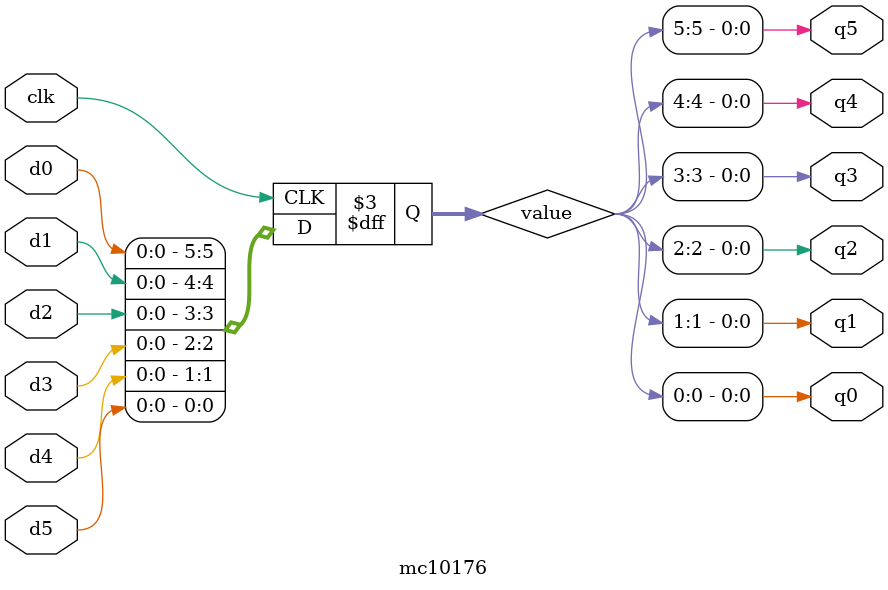
<source format=sv>
module mc10176(input bit d0,d1,d2,d3,d4,d5, clk,
	       output bit q0,q1,q2,q3,q4,q5);
  bit [0:5] value;

  always_comb {q0,q1,q2,q3,q4,q5} = value;
  always_ff @(posedge clk) value <= {d0,d1,d2,d3,d4,d5};
endmodule // mc10176

</source>
